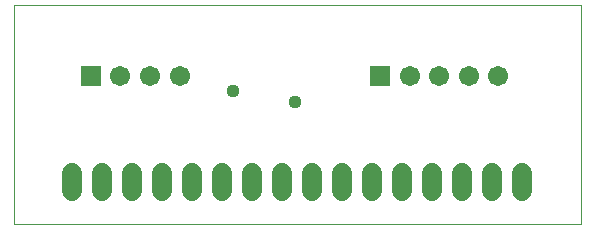
<source format=gbs>
G75*
%MOIN*%
%OFA0B0*%
%FSLAX25Y25*%
%IPPOS*%
%LPD*%
%AMOC8*
5,1,8,0,0,1.08239X$1,22.5*
%
%ADD10C,0.00000*%
%ADD11C,0.06800*%
%ADD12R,0.06737X0.06737*%
%ADD13C,0.06737*%
%ADD14C,0.04369*%
D10*
X0001610Y0001000D02*
X0190586Y0001000D01*
X0190586Y0073835D01*
X0001610Y0073835D01*
X0001610Y0001000D01*
D11*
X0020921Y0011780D02*
X0020921Y0017780D01*
X0030921Y0017780D02*
X0030921Y0011780D01*
X0040921Y0011780D02*
X0040921Y0017780D01*
X0050921Y0017780D02*
X0050921Y0011780D01*
X0060921Y0011780D02*
X0060921Y0017780D01*
X0070921Y0017780D02*
X0070921Y0011780D01*
X0080921Y0011780D02*
X0080921Y0017780D01*
X0090921Y0017780D02*
X0090921Y0011780D01*
X0100921Y0011780D02*
X0100921Y0017780D01*
X0110921Y0017780D02*
X0110921Y0011780D01*
X0120921Y0011780D02*
X0120921Y0017780D01*
X0130921Y0017780D02*
X0130921Y0011780D01*
X0140921Y0011780D02*
X0140921Y0017780D01*
X0150921Y0017780D02*
X0150921Y0011780D01*
X0160921Y0011780D02*
X0160921Y0017780D01*
X0170921Y0017780D02*
X0170921Y0011780D01*
D12*
X0123657Y0050213D03*
X0027200Y0050213D03*
D13*
X0037043Y0050213D03*
X0046885Y0050213D03*
X0056728Y0050213D03*
X0133500Y0050213D03*
X0143342Y0050213D03*
X0153185Y0050213D03*
X0163027Y0050213D03*
D14*
X0095114Y0041354D03*
X0074445Y0045291D03*
M02*

</source>
